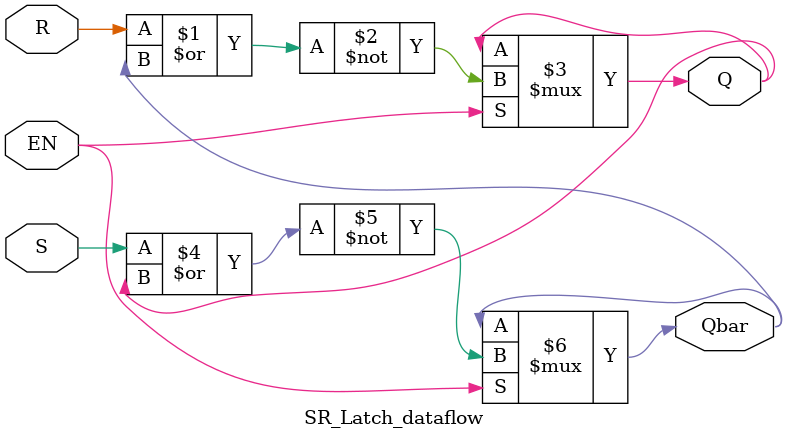
<source format=v>
module SR_Latch_dataflow(
    input R, S, EN,
    output Q, Qbar
);
  assign Q = (EN) ? ~(R | Qbar) : Q;
  assign Qbar = (EN) ? ~(S | Q) : Qbar;
endmodule


</source>
